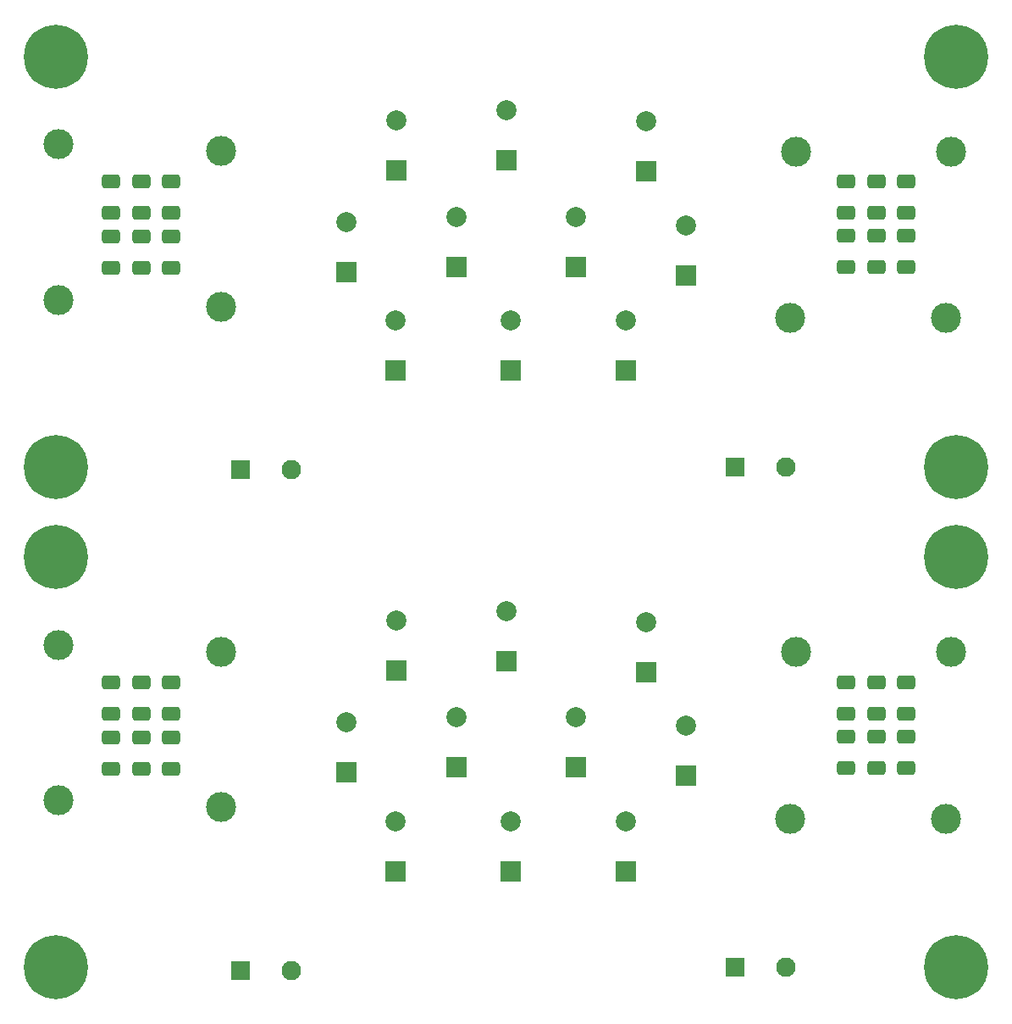
<source format=gbs>
G04 #@! TF.GenerationSoftware,KiCad,Pcbnew,7.0.1*
G04 #@! TF.CreationDate,2023-06-27T15:11:53+02:00*
G04 #@! TF.ProjectId,K_PSU_dual_filter,4b5f5053-555f-4647-9561-6c5f66696c74,rev?*
G04 #@! TF.SameCoordinates,Original*
G04 #@! TF.FileFunction,Soldermask,Bot*
G04 #@! TF.FilePolarity,Negative*
%FSLAX46Y46*%
G04 Gerber Fmt 4.6, Leading zero omitted, Abs format (unit mm)*
G04 Created by KiCad (PCBNEW 7.0.1) date 2023-06-27 15:11:53*
%MOMM*%
%LPD*%
G01*
G04 APERTURE LIST*
G04 Aperture macros list*
%AMRoundRect*
0 Rectangle with rounded corners*
0 $1 Rounding radius*
0 $2 $3 $4 $5 $6 $7 $8 $9 X,Y pos of 4 corners*
0 Add a 4 corners polygon primitive as box body*
4,1,4,$2,$3,$4,$5,$6,$7,$8,$9,$2,$3,0*
0 Add four circle primitives for the rounded corners*
1,1,$1+$1,$2,$3*
1,1,$1+$1,$4,$5*
1,1,$1+$1,$6,$7*
1,1,$1+$1,$8,$9*
0 Add four rect primitives between the rounded corners*
20,1,$1+$1,$2,$3,$4,$5,0*
20,1,$1+$1,$4,$5,$6,$7,0*
20,1,$1+$1,$6,$7,$8,$9,0*
20,1,$1+$1,$8,$9,$2,$3,0*%
G04 Aperture macros list end*
%ADD10R,2.000000X2.000000*%
%ADD11C,2.000000*%
%ADD12C,6.400000*%
%ADD13C,3.000000*%
%ADD14R,1.950000X1.950000*%
%ADD15C,1.950000*%
%ADD16RoundRect,0.250000X0.650000X-0.412500X0.650000X0.412500X-0.650000X0.412500X-0.650000X-0.412500X0*%
G04 APERTURE END LIST*
D10*
X154000000Y-50367677D03*
D11*
X154000000Y-45367677D03*
D12*
X109000000Y-131000000D03*
D10*
X154450000Y-71367677D03*
D11*
X154450000Y-66367677D03*
D13*
X109260478Y-48760478D03*
X109260478Y-64316827D03*
D10*
X168000000Y-51500000D03*
D11*
X168000000Y-46500000D03*
D14*
X176920000Y-131000000D03*
D15*
X182000000Y-131000000D03*
D10*
X142900000Y-121367677D03*
D11*
X142900000Y-116367677D03*
D13*
X125500000Y-115000000D03*
X125500000Y-99443651D03*
D10*
X143000000Y-101367677D03*
D11*
X143000000Y-96367677D03*
D14*
X176920000Y-81000000D03*
D15*
X182000000Y-81000000D03*
D13*
X182380239Y-66119761D03*
X197936588Y-66119761D03*
D12*
X109000000Y-40000000D03*
D10*
X166000000Y-121367677D03*
D11*
X166000000Y-116367677D03*
D12*
X199000000Y-81000000D03*
D10*
X142900000Y-71367677D03*
D11*
X142900000Y-66367677D03*
D10*
X172000000Y-61867677D03*
D11*
X172000000Y-56867677D03*
D10*
X138000000Y-61500000D03*
D11*
X138000000Y-56500000D03*
D13*
X198500000Y-99500000D03*
X182943651Y-99500000D03*
D10*
X138000000Y-111500000D03*
D11*
X138000000Y-106500000D03*
D10*
X172000000Y-111867677D03*
D11*
X172000000Y-106867677D03*
D10*
X143000000Y-51367677D03*
D11*
X143000000Y-46367677D03*
D10*
X154000000Y-100367677D03*
D11*
X154000000Y-95367677D03*
D12*
X109000000Y-90000000D03*
D10*
X168000000Y-101500000D03*
D11*
X168000000Y-96500000D03*
D10*
X149000000Y-61000000D03*
D11*
X149000000Y-56000000D03*
D13*
X125500000Y-65000000D03*
X125500000Y-49443651D03*
D14*
X127460000Y-131300000D03*
D15*
X132540000Y-131300000D03*
D10*
X166000000Y-71367677D03*
D11*
X166000000Y-66367677D03*
D14*
X127460000Y-81300000D03*
D15*
X132540000Y-81300000D03*
D12*
X109000000Y-81000000D03*
D13*
X182380239Y-116119761D03*
X197936588Y-116119761D03*
D10*
X154450000Y-121367677D03*
D11*
X154450000Y-116367677D03*
D10*
X149000000Y-111000000D03*
D11*
X149000000Y-106000000D03*
D10*
X161000000Y-111000000D03*
D11*
X161000000Y-106000000D03*
D10*
X161000000Y-61000000D03*
D11*
X161000000Y-56000000D03*
D12*
X199000000Y-90000000D03*
D13*
X198500000Y-49500000D03*
X182943651Y-49500000D03*
D12*
X199000000Y-131000000D03*
D13*
X109260478Y-98760478D03*
X109260478Y-114316827D03*
D12*
X199000000Y-40000000D03*
D16*
X188000000Y-105625000D03*
X188000000Y-102500000D03*
X120500000Y-55625000D03*
X120500000Y-52500000D03*
X188000000Y-61062500D03*
X188000000Y-57937500D03*
X117500000Y-61125000D03*
X117500000Y-58000000D03*
X194000000Y-105625000D03*
X194000000Y-102500000D03*
X120500000Y-61125000D03*
X120500000Y-58000000D03*
X114500000Y-105625000D03*
X114500000Y-102500000D03*
X117500000Y-55625000D03*
X117500000Y-52500000D03*
X120500000Y-105625000D03*
X120500000Y-102500000D03*
X191000000Y-111062500D03*
X191000000Y-107937500D03*
X191000000Y-55625000D03*
X191000000Y-52500000D03*
X194000000Y-55625000D03*
X194000000Y-52500000D03*
X194000000Y-61062500D03*
X194000000Y-57937500D03*
X117500000Y-111125000D03*
X117500000Y-108000000D03*
X194000000Y-111062500D03*
X194000000Y-107937500D03*
X114500000Y-111125000D03*
X114500000Y-108000000D03*
X188000000Y-55625000D03*
X188000000Y-52500000D03*
X120500000Y-111125000D03*
X120500000Y-108000000D03*
X117500000Y-105625000D03*
X117500000Y-102500000D03*
X188000000Y-111062500D03*
X188000000Y-107937500D03*
X114500000Y-61125000D03*
X114500000Y-58000000D03*
X114500000Y-55625000D03*
X114500000Y-52500000D03*
X191000000Y-105625000D03*
X191000000Y-102500000D03*
X191000000Y-61062500D03*
X191000000Y-57937500D03*
M02*

</source>
